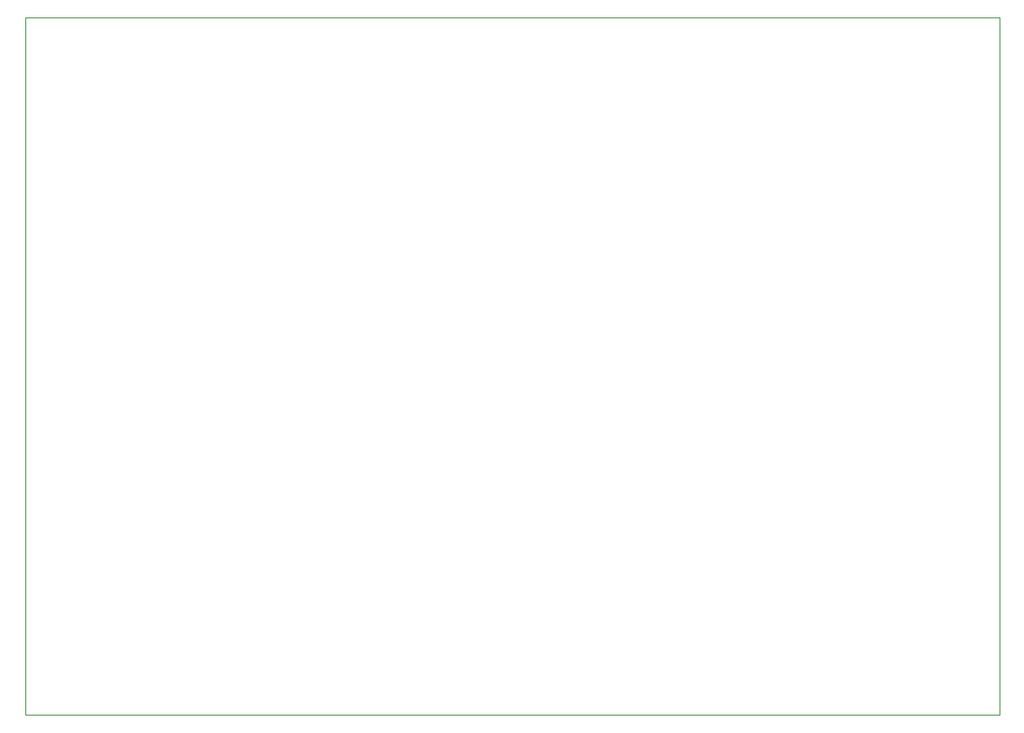
<source format=gbr>
%TF.GenerationSoftware,KiCad,Pcbnew,(6.0.8)*%
%TF.CreationDate,2022-12-06T21:08:53-08:00*%
%TF.ProjectId,motor_controller,6d6f746f-725f-4636-9f6e-74726f6c6c65,B1 (HULA) v0.2*%
%TF.SameCoordinates,Original*%
%TF.FileFunction,Profile,NP*%
%FSLAX46Y46*%
G04 Gerber Fmt 4.6, Leading zero omitted, Abs format (unit mm)*
G04 Created by KiCad (PCBNEW (6.0.8)) date 2022-12-06 21:08:53*
%MOMM*%
%LPD*%
G01*
G04 APERTURE LIST*
%TA.AperFunction,Profile*%
%ADD10C,0.100000*%
%TD*%
G04 APERTURE END LIST*
D10*
X76750000Y-52525000D02*
X171200000Y-52525000D01*
X171200000Y-52525000D02*
X171200000Y-120200000D01*
X171200000Y-120200000D02*
X76750000Y-120200000D01*
X76750000Y-120200000D02*
X76750000Y-52525000D01*
M02*

</source>
